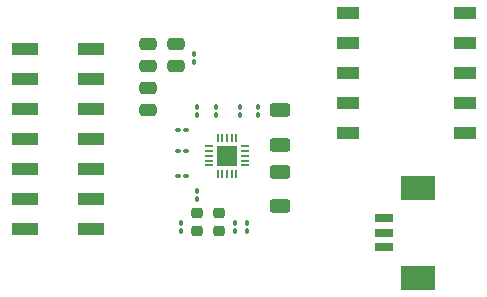
<source format=gbr>
%TF.GenerationSoftware,KiCad,Pcbnew,8.0.4*%
%TF.CreationDate,2024-09-16T16:07:14+01:00*%
%TF.ProjectId,algoritmi_foc,616c676f-7269-4746-9d69-5f666f632e6b,Andr_s Motta*%
%TF.SameCoordinates,Original*%
%TF.FileFunction,Soldermask,Top*%
%TF.FilePolarity,Negative*%
%FSLAX46Y46*%
G04 Gerber Fmt 4.6, Leading zero omitted, Abs format (unit mm)*
G04 Created by KiCad (PCBNEW 8.0.4) date 2024-09-16 16:07:14*
%MOMM*%
%LPD*%
G01*
G04 APERTURE LIST*
G04 Aperture macros list*
%AMRoundRect*
0 Rectangle with rounded corners*
0 $1 Rounding radius*
0 $2 $3 $4 $5 $6 $7 $8 $9 X,Y pos of 4 corners*
0 Add a 4 corners polygon primitive as box body*
4,1,4,$2,$3,$4,$5,$6,$7,$8,$9,$2,$3,0*
0 Add four circle primitives for the rounded corners*
1,1,$1+$1,$2,$3*
1,1,$1+$1,$4,$5*
1,1,$1+$1,$6,$7*
1,1,$1+$1,$8,$9*
0 Add four rect primitives between the rounded corners*
20,1,$1+$1,$2,$3,$4,$5,0*
20,1,$1+$1,$4,$5,$6,$7,0*
20,1,$1+$1,$6,$7,$8,$9,0*
20,1,$1+$1,$8,$9,$2,$3,0*%
G04 Aperture macros list end*
%ADD10RoundRect,0.218750X0.256250X-0.218750X0.256250X0.218750X-0.256250X0.218750X-0.256250X-0.218750X0*%
%ADD11RoundRect,0.100000X0.100000X-0.130000X0.100000X0.130000X-0.100000X0.130000X-0.100000X-0.130000X0*%
%ADD12RoundRect,0.100000X-0.100000X0.130000X-0.100000X-0.130000X0.100000X-0.130000X0.100000X0.130000X0*%
%ADD13RoundRect,0.250000X0.475000X-0.250000X0.475000X0.250000X-0.475000X0.250000X-0.475000X-0.250000X0*%
%ADD14R,1.905000X1.020000*%
%ADD15RoundRect,0.100000X-0.130000X-0.100000X0.130000X-0.100000X0.130000X0.100000X-0.130000X0.100000X0*%
%ADD16RoundRect,0.250000X0.625000X-0.312500X0.625000X0.312500X-0.625000X0.312500X-0.625000X-0.312500X0*%
%ADD17RoundRect,0.250000X-0.625000X0.312500X-0.625000X-0.312500X0.625000X-0.312500X0.625000X0.312500X0*%
%ADD18R,2.220000X1.020000*%
%ADD19R,1.600000X0.800000*%
%ADD20R,3.000000X2.100000*%
%ADD21R,0.200000X0.800000*%
%ADD22R,0.800000X0.200000*%
%ADD23R,1.800000X1.800000*%
G04 APERTURE END LIST*
D10*
%TO.C,ERROR*%
X100238000Y-89677500D03*
X100238000Y-88102500D03*
%TD*%
D11*
%TO.C,C1*%
X98118000Y-75310000D03*
X98118000Y-74630000D03*
%TD*%
D12*
%TO.C,R6*%
X100038000Y-79145000D03*
X100038000Y-79825000D03*
%TD*%
D13*
%TO.C,C5*%
X96638000Y-75700000D03*
X96638000Y-73800000D03*
%TD*%
D14*
%TO.C,J3*%
X111226000Y-71220000D03*
X111226000Y-73760000D03*
X111226000Y-76300000D03*
X111226000Y-78840000D03*
X111226000Y-81380000D03*
X121050000Y-71220000D03*
X121050000Y-73760000D03*
X121050000Y-76300000D03*
X121050000Y-78840000D03*
X121050000Y-81380000D03*
%TD*%
D12*
%TO.C,R7*%
X98438000Y-79140000D03*
X98438000Y-79820000D03*
%TD*%
D11*
%TO.C,C2*%
X102638000Y-89630000D03*
X102638000Y-88950000D03*
%TD*%
D15*
%TO.C,R10*%
X96758000Y-85000000D03*
X97438000Y-85000000D03*
%TD*%
D10*
%TO.C,STDBY*%
X98438000Y-89677500D03*
X98438000Y-88102500D03*
%TD*%
D12*
%TO.C,R1*%
X97038000Y-88950000D03*
X97038000Y-89630000D03*
%TD*%
%TO.C,C3*%
X98428000Y-86300000D03*
X98428000Y-86980000D03*
%TD*%
D15*
%TO.C,R9*%
X96758000Y-82890000D03*
X97438000Y-82890000D03*
%TD*%
D16*
%TO.C,R3*%
X105438000Y-82352500D03*
X105438000Y-79427500D03*
%TD*%
D13*
%TO.C,C6*%
X94238000Y-75690000D03*
X94238000Y-73790000D03*
%TD*%
D12*
%TO.C,R2*%
X101638000Y-88950000D03*
X101638000Y-89630000D03*
%TD*%
D17*
%TO.C,R4*%
X105438000Y-84627500D03*
X105438000Y-87552500D03*
%TD*%
D12*
%TO.C,C4*%
X103600000Y-79150000D03*
X103600000Y-79830000D03*
%TD*%
D18*
%TO.C,J1*%
X83813000Y-89510000D03*
X89463000Y-89510000D03*
X83813000Y-86970000D03*
X89463000Y-86970000D03*
X83813000Y-84430000D03*
X89463000Y-84430000D03*
X83813000Y-81890000D03*
X89463000Y-81890000D03*
X83813000Y-79350000D03*
X89463000Y-79350000D03*
X83813000Y-76810000D03*
X89463000Y-76810000D03*
X83813000Y-74270000D03*
X89463000Y-74270000D03*
%TD*%
D19*
%TO.C,J2*%
X114198000Y-91040000D03*
X114198000Y-89790000D03*
X114198000Y-88540000D03*
D20*
X117098000Y-93590000D03*
X117098000Y-85990000D03*
%TD*%
D15*
%TO.C,R8*%
X96758000Y-81090000D03*
X97438000Y-81090000D03*
%TD*%
D12*
%TO.C,R5*%
X102000000Y-79150000D03*
X102000000Y-79830000D03*
%TD*%
D13*
%TO.C,C7*%
X94238000Y-79440000D03*
X94238000Y-77540000D03*
%TD*%
D21*
%TO.C,U1*%
X101738000Y-81790000D03*
X101338000Y-81790000D03*
X100938000Y-81790000D03*
X100538000Y-81790000D03*
X100138000Y-81790000D03*
D22*
X99438000Y-82490000D03*
X99438000Y-82890000D03*
X99438000Y-83290000D03*
X99438000Y-83690000D03*
X99438000Y-84090000D03*
D21*
X100138000Y-84790000D03*
X100538000Y-84790000D03*
X100938000Y-84790000D03*
X101338000Y-84790000D03*
X101738000Y-84790000D03*
D22*
X102438000Y-84090000D03*
X102438000Y-83690000D03*
X102438000Y-83290000D03*
X102438000Y-82890000D03*
X102438000Y-82490000D03*
D23*
X100938000Y-83290000D03*
%TD*%
M02*

</source>
